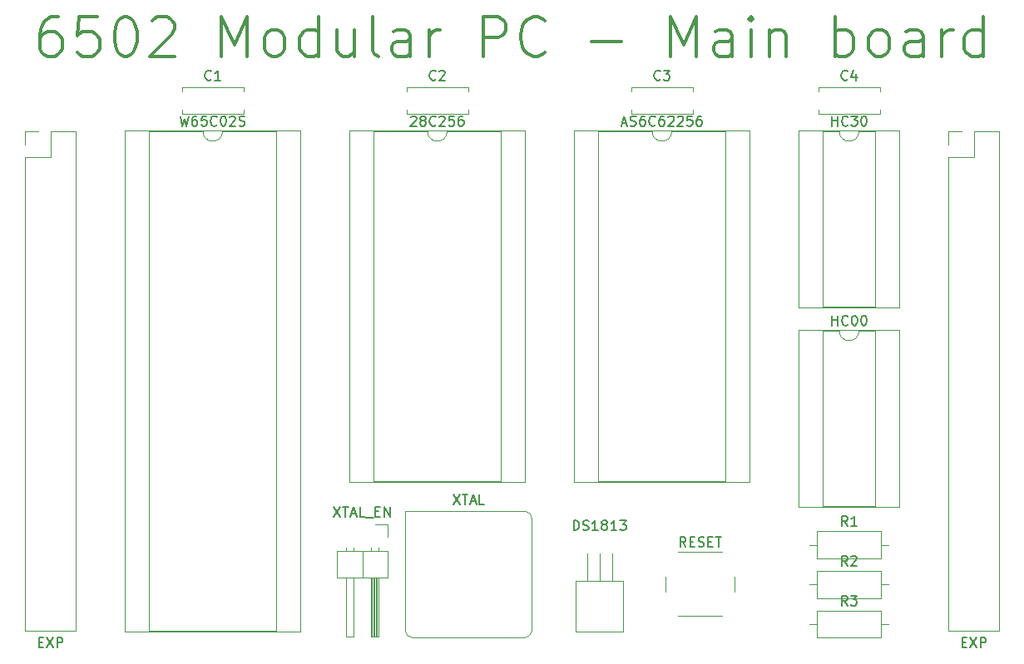
<source format=gbr>
%TF.GenerationSoftware,KiCad,Pcbnew,(5.1.8)-1*%
%TF.CreationDate,2020-12-06T18:21:21+00:00*%
%TF.ProjectId,computer,636f6d70-7574-4657-922e-6b696361645f,rev?*%
%TF.SameCoordinates,Original*%
%TF.FileFunction,Legend,Top*%
%TF.FilePolarity,Positive*%
%FSLAX46Y46*%
G04 Gerber Fmt 4.6, Leading zero omitted, Abs format (unit mm)*
G04 Created by KiCad (PCBNEW (5.1.8)-1) date 2020-12-06 18:21:21*
%MOMM*%
%LPD*%
G01*
G04 APERTURE LIST*
%ADD10C,0.300000*%
%ADD11C,0.120000*%
%ADD12C,0.150000*%
G04 APERTURE END LIST*
D10*
X73189523Y-21304523D02*
X72427619Y-21304523D01*
X72046666Y-21495000D01*
X71856190Y-21685476D01*
X71475238Y-22256904D01*
X71284761Y-23018809D01*
X71284761Y-24542619D01*
X71475238Y-24923571D01*
X71665714Y-25114047D01*
X72046666Y-25304523D01*
X72808571Y-25304523D01*
X73189523Y-25114047D01*
X73379999Y-24923571D01*
X73570476Y-24542619D01*
X73570476Y-23590238D01*
X73379999Y-23209285D01*
X73189523Y-23018809D01*
X72808571Y-22828333D01*
X72046666Y-22828333D01*
X71665714Y-23018809D01*
X71475238Y-23209285D01*
X71284761Y-23590238D01*
X77189523Y-21304523D02*
X75284761Y-21304523D01*
X75094285Y-23209285D01*
X75284761Y-23018809D01*
X75665714Y-22828333D01*
X76618095Y-22828333D01*
X76999047Y-23018809D01*
X77189523Y-23209285D01*
X77379999Y-23590238D01*
X77379999Y-24542619D01*
X77189523Y-24923571D01*
X76999047Y-25114047D01*
X76618095Y-25304523D01*
X75665714Y-25304523D01*
X75284761Y-25114047D01*
X75094285Y-24923571D01*
X79856190Y-21304523D02*
X80237142Y-21304523D01*
X80618095Y-21495000D01*
X80808571Y-21685476D01*
X80999047Y-22066428D01*
X81189523Y-22828333D01*
X81189523Y-23780714D01*
X80999047Y-24542619D01*
X80808571Y-24923571D01*
X80618095Y-25114047D01*
X80237142Y-25304523D01*
X79856190Y-25304523D01*
X79475238Y-25114047D01*
X79284761Y-24923571D01*
X79094285Y-24542619D01*
X78903809Y-23780714D01*
X78903809Y-22828333D01*
X79094285Y-22066428D01*
X79284761Y-21685476D01*
X79475238Y-21495000D01*
X79856190Y-21304523D01*
X82713333Y-21685476D02*
X82903809Y-21495000D01*
X83284761Y-21304523D01*
X84237142Y-21304523D01*
X84618095Y-21495000D01*
X84808571Y-21685476D01*
X84999047Y-22066428D01*
X84999047Y-22447380D01*
X84808571Y-23018809D01*
X82522857Y-25304523D01*
X84999047Y-25304523D01*
X89760952Y-25304523D02*
X89760952Y-21304523D01*
X91094285Y-24161666D01*
X92427619Y-21304523D01*
X92427619Y-25304523D01*
X94903809Y-25304523D02*
X94522857Y-25114047D01*
X94332380Y-24923571D01*
X94141904Y-24542619D01*
X94141904Y-23399761D01*
X94332380Y-23018809D01*
X94522857Y-22828333D01*
X94903809Y-22637857D01*
X95475238Y-22637857D01*
X95856190Y-22828333D01*
X96046666Y-23018809D01*
X96237142Y-23399761D01*
X96237142Y-24542619D01*
X96046666Y-24923571D01*
X95856190Y-25114047D01*
X95475238Y-25304523D01*
X94903809Y-25304523D01*
X99665714Y-25304523D02*
X99665714Y-21304523D01*
X99665714Y-25114047D02*
X99284761Y-25304523D01*
X98522857Y-25304523D01*
X98141904Y-25114047D01*
X97951428Y-24923571D01*
X97760952Y-24542619D01*
X97760952Y-23399761D01*
X97951428Y-23018809D01*
X98141904Y-22828333D01*
X98522857Y-22637857D01*
X99284761Y-22637857D01*
X99665714Y-22828333D01*
X103284761Y-22637857D02*
X103284761Y-25304523D01*
X101570476Y-22637857D02*
X101570476Y-24733095D01*
X101760952Y-25114047D01*
X102141904Y-25304523D01*
X102713333Y-25304523D01*
X103094285Y-25114047D01*
X103284761Y-24923571D01*
X105760952Y-25304523D02*
X105379999Y-25114047D01*
X105189523Y-24733095D01*
X105189523Y-21304523D01*
X108999047Y-25304523D02*
X108999047Y-23209285D01*
X108808571Y-22828333D01*
X108427619Y-22637857D01*
X107665714Y-22637857D01*
X107284761Y-22828333D01*
X108999047Y-25114047D02*
X108618095Y-25304523D01*
X107665714Y-25304523D01*
X107284761Y-25114047D01*
X107094285Y-24733095D01*
X107094285Y-24352142D01*
X107284761Y-23971190D01*
X107665714Y-23780714D01*
X108618095Y-23780714D01*
X108999047Y-23590238D01*
X110903809Y-25304523D02*
X110903809Y-22637857D01*
X110903809Y-23399761D02*
X111094285Y-23018809D01*
X111284761Y-22828333D01*
X111665714Y-22637857D01*
X112046666Y-22637857D01*
X116427619Y-25304523D02*
X116427619Y-21304523D01*
X117951428Y-21304523D01*
X118332380Y-21495000D01*
X118522857Y-21685476D01*
X118713333Y-22066428D01*
X118713333Y-22637857D01*
X118522857Y-23018809D01*
X118332380Y-23209285D01*
X117951428Y-23399761D01*
X116427619Y-23399761D01*
X122713333Y-24923571D02*
X122522857Y-25114047D01*
X121951428Y-25304523D01*
X121570476Y-25304523D01*
X120999047Y-25114047D01*
X120618095Y-24733095D01*
X120427619Y-24352142D01*
X120237142Y-23590238D01*
X120237142Y-23018809D01*
X120427619Y-22256904D01*
X120618095Y-21875952D01*
X120999047Y-21495000D01*
X121570476Y-21304523D01*
X121951428Y-21304523D01*
X122522857Y-21495000D01*
X122713333Y-21685476D01*
X127475238Y-23780714D02*
X130522857Y-23780714D01*
X135475238Y-25304523D02*
X135475238Y-21304523D01*
X136808571Y-24161666D01*
X138141904Y-21304523D01*
X138141904Y-25304523D01*
X141760952Y-25304523D02*
X141760952Y-23209285D01*
X141570476Y-22828333D01*
X141189523Y-22637857D01*
X140427619Y-22637857D01*
X140046666Y-22828333D01*
X141760952Y-25114047D02*
X141380000Y-25304523D01*
X140427619Y-25304523D01*
X140046666Y-25114047D01*
X139856190Y-24733095D01*
X139856190Y-24352142D01*
X140046666Y-23971190D01*
X140427619Y-23780714D01*
X141380000Y-23780714D01*
X141760952Y-23590238D01*
X143665714Y-25304523D02*
X143665714Y-22637857D01*
X143665714Y-21304523D02*
X143475238Y-21495000D01*
X143665714Y-21685476D01*
X143856190Y-21495000D01*
X143665714Y-21304523D01*
X143665714Y-21685476D01*
X145570476Y-22637857D02*
X145570476Y-25304523D01*
X145570476Y-23018809D02*
X145760952Y-22828333D01*
X146141904Y-22637857D01*
X146713333Y-22637857D01*
X147094285Y-22828333D01*
X147284761Y-23209285D01*
X147284761Y-25304523D01*
X152237142Y-25304523D02*
X152237142Y-21304523D01*
X152237142Y-22828333D02*
X152618095Y-22637857D01*
X153379999Y-22637857D01*
X153760952Y-22828333D01*
X153951428Y-23018809D01*
X154141904Y-23399761D01*
X154141904Y-24542619D01*
X153951428Y-24923571D01*
X153760952Y-25114047D01*
X153379999Y-25304523D01*
X152618095Y-25304523D01*
X152237142Y-25114047D01*
X156427619Y-25304523D02*
X156046666Y-25114047D01*
X155856190Y-24923571D01*
X155665714Y-24542619D01*
X155665714Y-23399761D01*
X155856190Y-23018809D01*
X156046666Y-22828333D01*
X156427619Y-22637857D01*
X156999047Y-22637857D01*
X157379999Y-22828333D01*
X157570476Y-23018809D01*
X157760952Y-23399761D01*
X157760952Y-24542619D01*
X157570476Y-24923571D01*
X157379999Y-25114047D01*
X156999047Y-25304523D01*
X156427619Y-25304523D01*
X161189523Y-25304523D02*
X161189523Y-23209285D01*
X160999047Y-22828333D01*
X160618095Y-22637857D01*
X159856190Y-22637857D01*
X159475238Y-22828333D01*
X161189523Y-25114047D02*
X160808571Y-25304523D01*
X159856190Y-25304523D01*
X159475238Y-25114047D01*
X159284761Y-24733095D01*
X159284761Y-24352142D01*
X159475238Y-23971190D01*
X159856190Y-23780714D01*
X160808571Y-23780714D01*
X161189523Y-23590238D01*
X163094285Y-25304523D02*
X163094285Y-22637857D01*
X163094285Y-23399761D02*
X163284761Y-23018809D01*
X163475238Y-22828333D01*
X163856190Y-22637857D01*
X164237142Y-22637857D01*
X167284761Y-25304523D02*
X167284761Y-21304523D01*
X167284761Y-25114047D02*
X166903809Y-25304523D01*
X166141904Y-25304523D01*
X165760952Y-25114047D01*
X165570476Y-24923571D01*
X165379999Y-24542619D01*
X165379999Y-23399761D01*
X165570476Y-23018809D01*
X165760952Y-22828333D01*
X166141904Y-22637857D01*
X166903809Y-22637857D01*
X167284761Y-22828333D01*
D11*
%TO.C,EXP*%
X163770000Y-32960000D02*
X165100000Y-32960000D01*
X163770000Y-34290000D02*
X163770000Y-32960000D01*
X166370000Y-32960000D02*
X168970000Y-32960000D01*
X166370000Y-35560000D02*
X166370000Y-32960000D01*
X163770000Y-35560000D02*
X166370000Y-35560000D01*
X168970000Y-32960000D02*
X168970000Y-83880000D01*
X163770000Y-35560000D02*
X163770000Y-83880000D01*
X163770000Y-83880000D02*
X168970000Y-83880000D01*
%TO.C,XTAL*%
X120635000Y-71655000D02*
X108485000Y-71655000D01*
X121385000Y-83805000D02*
X121385000Y-72405000D01*
X109235000Y-84555000D02*
X120635000Y-84555000D01*
X108485000Y-71655000D02*
X108485000Y-83805000D01*
X121385000Y-72405000D02*
G75*
G03*
X120635000Y-71655000I-750000J0D01*
G01*
X120635000Y-84555000D02*
G75*
G03*
X121385000Y-83805000I0J750000D01*
G01*
X108485000Y-83805000D02*
G75*
G03*
X109235000Y-84555000I750000J0D01*
G01*
%TO.C,DS1813*%
X127000000Y-75950000D02*
X127000000Y-78740000D01*
X128270000Y-75950000D02*
X128270000Y-78740000D01*
X129540000Y-75950000D02*
X129540000Y-78740000D01*
X125870000Y-78740000D02*
X130670000Y-78740000D01*
X130670000Y-78740000D02*
X130670000Y-83930000D01*
X130670000Y-83930000D02*
X125870000Y-83930000D01*
X125870000Y-83930000D02*
X125870000Y-78740000D01*
%TO.C,RESET*%
X136255000Y-82335000D02*
X140755000Y-82335000D01*
X135005000Y-78335000D02*
X135005000Y-79835000D01*
X140755000Y-75835000D02*
X136255000Y-75835000D01*
X142005000Y-79835000D02*
X142005000Y-78335000D01*
%TO.C,R3*%
X150400000Y-81815000D02*
X150400000Y-84555000D01*
X150400000Y-84555000D02*
X156940000Y-84555000D01*
X156940000Y-84555000D02*
X156940000Y-81815000D01*
X156940000Y-81815000D02*
X150400000Y-81815000D01*
X149630000Y-83185000D02*
X150400000Y-83185000D01*
X157710000Y-83185000D02*
X156940000Y-83185000D01*
%TO.C,R2*%
X150400000Y-77765000D02*
X150400000Y-80505000D01*
X150400000Y-80505000D02*
X156940000Y-80505000D01*
X156940000Y-80505000D02*
X156940000Y-77765000D01*
X156940000Y-77765000D02*
X150400000Y-77765000D01*
X149630000Y-79135000D02*
X150400000Y-79135000D01*
X157710000Y-79135000D02*
X156940000Y-79135000D01*
%TO.C,R1*%
X150400000Y-73715000D02*
X150400000Y-76455000D01*
X150400000Y-76455000D02*
X156940000Y-76455000D01*
X156940000Y-76455000D02*
X156940000Y-73715000D01*
X156940000Y-73715000D02*
X150400000Y-73715000D01*
X149630000Y-75085000D02*
X150400000Y-75085000D01*
X157710000Y-75085000D02*
X156940000Y-75085000D01*
%TO.C,XTAL_EN*%
X106680000Y-73025000D02*
X106680000Y-74295000D01*
X105410000Y-73025000D02*
X106680000Y-73025000D01*
X102490000Y-75337929D02*
X102490000Y-75735000D01*
X103250000Y-75337929D02*
X103250000Y-75735000D01*
X102490000Y-84395000D02*
X102490000Y-78395000D01*
X103250000Y-84395000D02*
X102490000Y-84395000D01*
X103250000Y-78395000D02*
X103250000Y-84395000D01*
X104140000Y-75735000D02*
X104140000Y-78395000D01*
X105030000Y-75405000D02*
X105030000Y-75735000D01*
X105790000Y-75405000D02*
X105790000Y-75735000D01*
X105130000Y-78395000D02*
X105130000Y-84395000D01*
X105250000Y-78395000D02*
X105250000Y-84395000D01*
X105370000Y-78395000D02*
X105370000Y-84395000D01*
X105490000Y-78395000D02*
X105490000Y-84395000D01*
X105610000Y-78395000D02*
X105610000Y-84395000D01*
X105730000Y-78395000D02*
X105730000Y-84395000D01*
X105030000Y-84395000D02*
X105030000Y-78395000D01*
X105790000Y-84395000D02*
X105030000Y-84395000D01*
X105790000Y-78395000D02*
X105790000Y-84395000D01*
X106740000Y-78395000D02*
X106740000Y-75735000D01*
X101540000Y-78395000D02*
X106740000Y-78395000D01*
X101540000Y-75735000D02*
X101540000Y-78395000D01*
X106740000Y-75735000D02*
X101540000Y-75735000D01*
%TO.C,C4*%
X156830000Y-31215000D02*
X150590000Y-31215000D01*
X156830000Y-28475000D02*
X150590000Y-28475000D01*
X156830000Y-31215000D02*
X156830000Y-30770000D01*
X156830000Y-28920000D02*
X156830000Y-28475000D01*
X150590000Y-31215000D02*
X150590000Y-30770000D01*
X150590000Y-28920000D02*
X150590000Y-28475000D01*
%TO.C,C3*%
X137780000Y-31215000D02*
X131540000Y-31215000D01*
X137780000Y-28475000D02*
X131540000Y-28475000D01*
X137780000Y-31215000D02*
X137780000Y-30770000D01*
X137780000Y-28920000D02*
X137780000Y-28475000D01*
X131540000Y-31215000D02*
X131540000Y-30770000D01*
X131540000Y-28920000D02*
X131540000Y-28475000D01*
%TO.C,C2*%
X114920000Y-31215000D02*
X108680000Y-31215000D01*
X114920000Y-28475000D02*
X108680000Y-28475000D01*
X114920000Y-31215000D02*
X114920000Y-30770000D01*
X114920000Y-28920000D02*
X114920000Y-28475000D01*
X108680000Y-31215000D02*
X108680000Y-30770000D01*
X108680000Y-28920000D02*
X108680000Y-28475000D01*
%TO.C,C1*%
X92060000Y-31215000D02*
X85820000Y-31215000D01*
X92060000Y-28475000D02*
X85820000Y-28475000D01*
X92060000Y-31215000D02*
X92060000Y-30770000D01*
X92060000Y-28920000D02*
X92060000Y-28475000D01*
X85820000Y-31215000D02*
X85820000Y-30770000D01*
X85820000Y-28920000D02*
X85820000Y-28475000D01*
%TO.C,AS6C62256*%
X133620000Y-32960000D02*
X128160000Y-32960000D01*
X128160000Y-32960000D02*
X128160000Y-68640000D01*
X128160000Y-68640000D02*
X141080000Y-68640000D01*
X141080000Y-68640000D02*
X141080000Y-32960000D01*
X141080000Y-32960000D02*
X135620000Y-32960000D01*
X125670000Y-32900000D02*
X125670000Y-68700000D01*
X125670000Y-68700000D02*
X143570000Y-68700000D01*
X143570000Y-68700000D02*
X143570000Y-32900000D01*
X143570000Y-32900000D02*
X125670000Y-32900000D01*
X135620000Y-32960000D02*
G75*
G02*
X133620000Y-32960000I-1000000J0D01*
G01*
%TO.C,HC00*%
X152670000Y-53280000D02*
X151020000Y-53280000D01*
X151020000Y-53280000D02*
X151020000Y-71180000D01*
X151020000Y-71180000D02*
X156320000Y-71180000D01*
X156320000Y-71180000D02*
X156320000Y-53280000D01*
X156320000Y-53280000D02*
X154670000Y-53280000D01*
X148530000Y-53220000D02*
X148530000Y-71240000D01*
X148530000Y-71240000D02*
X158810000Y-71240000D01*
X158810000Y-71240000D02*
X158810000Y-53220000D01*
X158810000Y-53220000D02*
X148530000Y-53220000D01*
X154670000Y-53280000D02*
G75*
G02*
X152670000Y-53280000I-1000000J0D01*
G01*
%TO.C,HC30*%
X152670000Y-32960000D02*
X151020000Y-32960000D01*
X151020000Y-32960000D02*
X151020000Y-50860000D01*
X151020000Y-50860000D02*
X156320000Y-50860000D01*
X156320000Y-50860000D02*
X156320000Y-32960000D01*
X156320000Y-32960000D02*
X154670000Y-32960000D01*
X148530000Y-32900000D02*
X148530000Y-50920000D01*
X148530000Y-50920000D02*
X158810000Y-50920000D01*
X158810000Y-50920000D02*
X158810000Y-32900000D01*
X158810000Y-32900000D02*
X148530000Y-32900000D01*
X154670000Y-32960000D02*
G75*
G02*
X152670000Y-32960000I-1000000J0D01*
G01*
%TO.C,28C256*%
X110760000Y-32960000D02*
X105300000Y-32960000D01*
X105300000Y-32960000D02*
X105300000Y-68640000D01*
X105300000Y-68640000D02*
X118220000Y-68640000D01*
X118220000Y-68640000D02*
X118220000Y-32960000D01*
X118220000Y-32960000D02*
X112760000Y-32960000D01*
X102810000Y-32900000D02*
X102810000Y-68700000D01*
X102810000Y-68700000D02*
X120710000Y-68700000D01*
X120710000Y-68700000D02*
X120710000Y-32900000D01*
X120710000Y-32900000D02*
X102810000Y-32900000D01*
X112760000Y-32960000D02*
G75*
G02*
X110760000Y-32960000I-1000000J0D01*
G01*
%TO.C,W65C02S*%
X87900000Y-32960000D02*
X82440000Y-32960000D01*
X82440000Y-32960000D02*
X82440000Y-83880000D01*
X82440000Y-83880000D02*
X95360000Y-83880000D01*
X95360000Y-83880000D02*
X95360000Y-32960000D01*
X95360000Y-32960000D02*
X89900000Y-32960000D01*
X79950000Y-32900000D02*
X79950000Y-83940000D01*
X79950000Y-83940000D02*
X97850000Y-83940000D01*
X97850000Y-83940000D02*
X97850000Y-32900000D01*
X97850000Y-32900000D02*
X79950000Y-32900000D01*
X89900000Y-32960000D02*
G75*
G02*
X87900000Y-32960000I-1000000J0D01*
G01*
%TO.C,EXP*%
X69790000Y-32960000D02*
X71120000Y-32960000D01*
X69790000Y-34290000D02*
X69790000Y-32960000D01*
X72390000Y-32960000D02*
X74990000Y-32960000D01*
X72390000Y-35560000D02*
X72390000Y-32960000D01*
X69790000Y-35560000D02*
X72390000Y-35560000D01*
X74990000Y-32960000D02*
X74990000Y-83880000D01*
X69790000Y-35560000D02*
X69790000Y-83880000D01*
X69790000Y-83880000D02*
X74990000Y-83880000D01*
D12*
X165179523Y-85018571D02*
X165512857Y-85018571D01*
X165655714Y-85542380D02*
X165179523Y-85542380D01*
X165179523Y-84542380D01*
X165655714Y-84542380D01*
X165989047Y-84542380D02*
X166655714Y-85542380D01*
X166655714Y-84542380D02*
X165989047Y-85542380D01*
X167036666Y-85542380D02*
X167036666Y-84542380D01*
X167417619Y-84542380D01*
X167512857Y-84590000D01*
X167560476Y-84637619D01*
X167608095Y-84732857D01*
X167608095Y-84875714D01*
X167560476Y-84970952D01*
X167512857Y-85018571D01*
X167417619Y-85066190D01*
X167036666Y-85066190D01*
%TO.C,XTAL*%
X113387380Y-69937380D02*
X114054047Y-70937380D01*
X114054047Y-69937380D02*
X113387380Y-70937380D01*
X114292142Y-69937380D02*
X114863571Y-69937380D01*
X114577857Y-70937380D02*
X114577857Y-69937380D01*
X115149285Y-70651666D02*
X115625476Y-70651666D01*
X115054047Y-70937380D02*
X115387380Y-69937380D01*
X115720714Y-70937380D01*
X116530238Y-70937380D02*
X116054047Y-70937380D01*
X116054047Y-69937380D01*
%TO.C,DS1813*%
X125627142Y-73602380D02*
X125627142Y-72602380D01*
X125865238Y-72602380D01*
X126008095Y-72650000D01*
X126103333Y-72745238D01*
X126150952Y-72840476D01*
X126198571Y-73030952D01*
X126198571Y-73173809D01*
X126150952Y-73364285D01*
X126103333Y-73459523D01*
X126008095Y-73554761D01*
X125865238Y-73602380D01*
X125627142Y-73602380D01*
X126579523Y-73554761D02*
X126722380Y-73602380D01*
X126960476Y-73602380D01*
X127055714Y-73554761D01*
X127103333Y-73507142D01*
X127150952Y-73411904D01*
X127150952Y-73316666D01*
X127103333Y-73221428D01*
X127055714Y-73173809D01*
X126960476Y-73126190D01*
X126770000Y-73078571D01*
X126674761Y-73030952D01*
X126627142Y-72983333D01*
X126579523Y-72888095D01*
X126579523Y-72792857D01*
X126627142Y-72697619D01*
X126674761Y-72650000D01*
X126770000Y-72602380D01*
X127008095Y-72602380D01*
X127150952Y-72650000D01*
X128103333Y-73602380D02*
X127531904Y-73602380D01*
X127817619Y-73602380D02*
X127817619Y-72602380D01*
X127722380Y-72745238D01*
X127627142Y-72840476D01*
X127531904Y-72888095D01*
X128674761Y-73030952D02*
X128579523Y-72983333D01*
X128531904Y-72935714D01*
X128484285Y-72840476D01*
X128484285Y-72792857D01*
X128531904Y-72697619D01*
X128579523Y-72650000D01*
X128674761Y-72602380D01*
X128865238Y-72602380D01*
X128960476Y-72650000D01*
X129008095Y-72697619D01*
X129055714Y-72792857D01*
X129055714Y-72840476D01*
X129008095Y-72935714D01*
X128960476Y-72983333D01*
X128865238Y-73030952D01*
X128674761Y-73030952D01*
X128579523Y-73078571D01*
X128531904Y-73126190D01*
X128484285Y-73221428D01*
X128484285Y-73411904D01*
X128531904Y-73507142D01*
X128579523Y-73554761D01*
X128674761Y-73602380D01*
X128865238Y-73602380D01*
X128960476Y-73554761D01*
X129008095Y-73507142D01*
X129055714Y-73411904D01*
X129055714Y-73221428D01*
X129008095Y-73126190D01*
X128960476Y-73078571D01*
X128865238Y-73030952D01*
X130008095Y-73602380D02*
X129436666Y-73602380D01*
X129722380Y-73602380D02*
X129722380Y-72602380D01*
X129627142Y-72745238D01*
X129531904Y-72840476D01*
X129436666Y-72888095D01*
X130341428Y-72602380D02*
X130960476Y-72602380D01*
X130627142Y-72983333D01*
X130770000Y-72983333D01*
X130865238Y-73030952D01*
X130912857Y-73078571D01*
X130960476Y-73173809D01*
X130960476Y-73411904D01*
X130912857Y-73507142D01*
X130865238Y-73554761D01*
X130770000Y-73602380D01*
X130484285Y-73602380D01*
X130389047Y-73554761D01*
X130341428Y-73507142D01*
%TO.C,RESET*%
X137052619Y-75287380D02*
X136719285Y-74811190D01*
X136481190Y-75287380D02*
X136481190Y-74287380D01*
X136862142Y-74287380D01*
X136957380Y-74335000D01*
X137005000Y-74382619D01*
X137052619Y-74477857D01*
X137052619Y-74620714D01*
X137005000Y-74715952D01*
X136957380Y-74763571D01*
X136862142Y-74811190D01*
X136481190Y-74811190D01*
X137481190Y-74763571D02*
X137814523Y-74763571D01*
X137957380Y-75287380D02*
X137481190Y-75287380D01*
X137481190Y-74287380D01*
X137957380Y-74287380D01*
X138338333Y-75239761D02*
X138481190Y-75287380D01*
X138719285Y-75287380D01*
X138814523Y-75239761D01*
X138862142Y-75192142D01*
X138909761Y-75096904D01*
X138909761Y-75001666D01*
X138862142Y-74906428D01*
X138814523Y-74858809D01*
X138719285Y-74811190D01*
X138528809Y-74763571D01*
X138433571Y-74715952D01*
X138385952Y-74668333D01*
X138338333Y-74573095D01*
X138338333Y-74477857D01*
X138385952Y-74382619D01*
X138433571Y-74335000D01*
X138528809Y-74287380D01*
X138766904Y-74287380D01*
X138909761Y-74335000D01*
X139338333Y-74763571D02*
X139671666Y-74763571D01*
X139814523Y-75287380D02*
X139338333Y-75287380D01*
X139338333Y-74287380D01*
X139814523Y-74287380D01*
X140100238Y-74287380D02*
X140671666Y-74287380D01*
X140385952Y-75287380D02*
X140385952Y-74287380D01*
%TO.C,R3*%
X153503333Y-81267380D02*
X153170000Y-80791190D01*
X152931904Y-81267380D02*
X152931904Y-80267380D01*
X153312857Y-80267380D01*
X153408095Y-80315000D01*
X153455714Y-80362619D01*
X153503333Y-80457857D01*
X153503333Y-80600714D01*
X153455714Y-80695952D01*
X153408095Y-80743571D01*
X153312857Y-80791190D01*
X152931904Y-80791190D01*
X153836666Y-80267380D02*
X154455714Y-80267380D01*
X154122380Y-80648333D01*
X154265238Y-80648333D01*
X154360476Y-80695952D01*
X154408095Y-80743571D01*
X154455714Y-80838809D01*
X154455714Y-81076904D01*
X154408095Y-81172142D01*
X154360476Y-81219761D01*
X154265238Y-81267380D01*
X153979523Y-81267380D01*
X153884285Y-81219761D01*
X153836666Y-81172142D01*
%TO.C,R2*%
X153503333Y-77217380D02*
X153170000Y-76741190D01*
X152931904Y-77217380D02*
X152931904Y-76217380D01*
X153312857Y-76217380D01*
X153408095Y-76265000D01*
X153455714Y-76312619D01*
X153503333Y-76407857D01*
X153503333Y-76550714D01*
X153455714Y-76645952D01*
X153408095Y-76693571D01*
X153312857Y-76741190D01*
X152931904Y-76741190D01*
X153884285Y-76312619D02*
X153931904Y-76265000D01*
X154027142Y-76217380D01*
X154265238Y-76217380D01*
X154360476Y-76265000D01*
X154408095Y-76312619D01*
X154455714Y-76407857D01*
X154455714Y-76503095D01*
X154408095Y-76645952D01*
X153836666Y-77217380D01*
X154455714Y-77217380D01*
%TO.C,R1*%
X153503333Y-73167380D02*
X153170000Y-72691190D01*
X152931904Y-73167380D02*
X152931904Y-72167380D01*
X153312857Y-72167380D01*
X153408095Y-72215000D01*
X153455714Y-72262619D01*
X153503333Y-72357857D01*
X153503333Y-72500714D01*
X153455714Y-72595952D01*
X153408095Y-72643571D01*
X153312857Y-72691190D01*
X152931904Y-72691190D01*
X154455714Y-73167380D02*
X153884285Y-73167380D01*
X154170000Y-73167380D02*
X154170000Y-72167380D01*
X154074761Y-72310238D01*
X153979523Y-72405476D01*
X153884285Y-72453095D01*
%TO.C,XTAL_EN*%
X101235238Y-71207380D02*
X101901904Y-72207380D01*
X101901904Y-71207380D02*
X101235238Y-72207380D01*
X102140000Y-71207380D02*
X102711428Y-71207380D01*
X102425714Y-72207380D02*
X102425714Y-71207380D01*
X102997142Y-71921666D02*
X103473333Y-71921666D01*
X102901904Y-72207380D02*
X103235238Y-71207380D01*
X103568571Y-72207380D01*
X104378095Y-72207380D02*
X103901904Y-72207380D01*
X103901904Y-71207380D01*
X104473333Y-72302619D02*
X105235238Y-72302619D01*
X105473333Y-71683571D02*
X105806666Y-71683571D01*
X105949523Y-72207380D02*
X105473333Y-72207380D01*
X105473333Y-71207380D01*
X105949523Y-71207380D01*
X106378095Y-72207380D02*
X106378095Y-71207380D01*
X106949523Y-72207380D01*
X106949523Y-71207380D01*
%TO.C,C4*%
X153503333Y-27662142D02*
X153455714Y-27709761D01*
X153312857Y-27757380D01*
X153217619Y-27757380D01*
X153074761Y-27709761D01*
X152979523Y-27614523D01*
X152931904Y-27519285D01*
X152884285Y-27328809D01*
X152884285Y-27185952D01*
X152931904Y-26995476D01*
X152979523Y-26900238D01*
X153074761Y-26805000D01*
X153217619Y-26757380D01*
X153312857Y-26757380D01*
X153455714Y-26805000D01*
X153503333Y-26852619D01*
X154360476Y-27090714D02*
X154360476Y-27757380D01*
X154122380Y-26709761D02*
X153884285Y-27424047D01*
X154503333Y-27424047D01*
%TO.C,C3*%
X134453333Y-27662142D02*
X134405714Y-27709761D01*
X134262857Y-27757380D01*
X134167619Y-27757380D01*
X134024761Y-27709761D01*
X133929523Y-27614523D01*
X133881904Y-27519285D01*
X133834285Y-27328809D01*
X133834285Y-27185952D01*
X133881904Y-26995476D01*
X133929523Y-26900238D01*
X134024761Y-26805000D01*
X134167619Y-26757380D01*
X134262857Y-26757380D01*
X134405714Y-26805000D01*
X134453333Y-26852619D01*
X134786666Y-26757380D02*
X135405714Y-26757380D01*
X135072380Y-27138333D01*
X135215238Y-27138333D01*
X135310476Y-27185952D01*
X135358095Y-27233571D01*
X135405714Y-27328809D01*
X135405714Y-27566904D01*
X135358095Y-27662142D01*
X135310476Y-27709761D01*
X135215238Y-27757380D01*
X134929523Y-27757380D01*
X134834285Y-27709761D01*
X134786666Y-27662142D01*
%TO.C,C2*%
X111593333Y-27662142D02*
X111545714Y-27709761D01*
X111402857Y-27757380D01*
X111307619Y-27757380D01*
X111164761Y-27709761D01*
X111069523Y-27614523D01*
X111021904Y-27519285D01*
X110974285Y-27328809D01*
X110974285Y-27185952D01*
X111021904Y-26995476D01*
X111069523Y-26900238D01*
X111164761Y-26805000D01*
X111307619Y-26757380D01*
X111402857Y-26757380D01*
X111545714Y-26805000D01*
X111593333Y-26852619D01*
X111974285Y-26852619D02*
X112021904Y-26805000D01*
X112117142Y-26757380D01*
X112355238Y-26757380D01*
X112450476Y-26805000D01*
X112498095Y-26852619D01*
X112545714Y-26947857D01*
X112545714Y-27043095D01*
X112498095Y-27185952D01*
X111926666Y-27757380D01*
X112545714Y-27757380D01*
%TO.C,C1*%
X88733333Y-27662142D02*
X88685714Y-27709761D01*
X88542857Y-27757380D01*
X88447619Y-27757380D01*
X88304761Y-27709761D01*
X88209523Y-27614523D01*
X88161904Y-27519285D01*
X88114285Y-27328809D01*
X88114285Y-27185952D01*
X88161904Y-26995476D01*
X88209523Y-26900238D01*
X88304761Y-26805000D01*
X88447619Y-26757380D01*
X88542857Y-26757380D01*
X88685714Y-26805000D01*
X88733333Y-26852619D01*
X89685714Y-27757380D02*
X89114285Y-27757380D01*
X89400000Y-27757380D02*
X89400000Y-26757380D01*
X89304761Y-26900238D01*
X89209523Y-26995476D01*
X89114285Y-27043095D01*
%TO.C,AS6C62256*%
X130548571Y-32126666D02*
X131024761Y-32126666D01*
X130453333Y-32412380D02*
X130786666Y-31412380D01*
X131120000Y-32412380D01*
X131405714Y-32364761D02*
X131548571Y-32412380D01*
X131786666Y-32412380D01*
X131881904Y-32364761D01*
X131929523Y-32317142D01*
X131977142Y-32221904D01*
X131977142Y-32126666D01*
X131929523Y-32031428D01*
X131881904Y-31983809D01*
X131786666Y-31936190D01*
X131596190Y-31888571D01*
X131500952Y-31840952D01*
X131453333Y-31793333D01*
X131405714Y-31698095D01*
X131405714Y-31602857D01*
X131453333Y-31507619D01*
X131500952Y-31460000D01*
X131596190Y-31412380D01*
X131834285Y-31412380D01*
X131977142Y-31460000D01*
X132834285Y-31412380D02*
X132643809Y-31412380D01*
X132548571Y-31460000D01*
X132500952Y-31507619D01*
X132405714Y-31650476D01*
X132358095Y-31840952D01*
X132358095Y-32221904D01*
X132405714Y-32317142D01*
X132453333Y-32364761D01*
X132548571Y-32412380D01*
X132739047Y-32412380D01*
X132834285Y-32364761D01*
X132881904Y-32317142D01*
X132929523Y-32221904D01*
X132929523Y-31983809D01*
X132881904Y-31888571D01*
X132834285Y-31840952D01*
X132739047Y-31793333D01*
X132548571Y-31793333D01*
X132453333Y-31840952D01*
X132405714Y-31888571D01*
X132358095Y-31983809D01*
X133929523Y-32317142D02*
X133881904Y-32364761D01*
X133739047Y-32412380D01*
X133643809Y-32412380D01*
X133500952Y-32364761D01*
X133405714Y-32269523D01*
X133358095Y-32174285D01*
X133310476Y-31983809D01*
X133310476Y-31840952D01*
X133358095Y-31650476D01*
X133405714Y-31555238D01*
X133500952Y-31460000D01*
X133643809Y-31412380D01*
X133739047Y-31412380D01*
X133881904Y-31460000D01*
X133929523Y-31507619D01*
X134786666Y-31412380D02*
X134596190Y-31412380D01*
X134500952Y-31460000D01*
X134453333Y-31507619D01*
X134358095Y-31650476D01*
X134310476Y-31840952D01*
X134310476Y-32221904D01*
X134358095Y-32317142D01*
X134405714Y-32364761D01*
X134500952Y-32412380D01*
X134691428Y-32412380D01*
X134786666Y-32364761D01*
X134834285Y-32317142D01*
X134881904Y-32221904D01*
X134881904Y-31983809D01*
X134834285Y-31888571D01*
X134786666Y-31840952D01*
X134691428Y-31793333D01*
X134500952Y-31793333D01*
X134405714Y-31840952D01*
X134358095Y-31888571D01*
X134310476Y-31983809D01*
X135262857Y-31507619D02*
X135310476Y-31460000D01*
X135405714Y-31412380D01*
X135643809Y-31412380D01*
X135739047Y-31460000D01*
X135786666Y-31507619D01*
X135834285Y-31602857D01*
X135834285Y-31698095D01*
X135786666Y-31840952D01*
X135215238Y-32412380D01*
X135834285Y-32412380D01*
X136215238Y-31507619D02*
X136262857Y-31460000D01*
X136358095Y-31412380D01*
X136596190Y-31412380D01*
X136691428Y-31460000D01*
X136739047Y-31507619D01*
X136786666Y-31602857D01*
X136786666Y-31698095D01*
X136739047Y-31840952D01*
X136167619Y-32412380D01*
X136786666Y-32412380D01*
X137691428Y-31412380D02*
X137215238Y-31412380D01*
X137167619Y-31888571D01*
X137215238Y-31840952D01*
X137310476Y-31793333D01*
X137548571Y-31793333D01*
X137643809Y-31840952D01*
X137691428Y-31888571D01*
X137739047Y-31983809D01*
X137739047Y-32221904D01*
X137691428Y-32317142D01*
X137643809Y-32364761D01*
X137548571Y-32412380D01*
X137310476Y-32412380D01*
X137215238Y-32364761D01*
X137167619Y-32317142D01*
X138596190Y-31412380D02*
X138405714Y-31412380D01*
X138310476Y-31460000D01*
X138262857Y-31507619D01*
X138167619Y-31650476D01*
X138120000Y-31840952D01*
X138120000Y-32221904D01*
X138167619Y-32317142D01*
X138215238Y-32364761D01*
X138310476Y-32412380D01*
X138500952Y-32412380D01*
X138596190Y-32364761D01*
X138643809Y-32317142D01*
X138691428Y-32221904D01*
X138691428Y-31983809D01*
X138643809Y-31888571D01*
X138596190Y-31840952D01*
X138500952Y-31793333D01*
X138310476Y-31793333D01*
X138215238Y-31840952D01*
X138167619Y-31888571D01*
X138120000Y-31983809D01*
%TO.C,HC00*%
X151931904Y-52732380D02*
X151931904Y-51732380D01*
X151931904Y-52208571D02*
X152503333Y-52208571D01*
X152503333Y-52732380D02*
X152503333Y-51732380D01*
X153550952Y-52637142D02*
X153503333Y-52684761D01*
X153360476Y-52732380D01*
X153265238Y-52732380D01*
X153122380Y-52684761D01*
X153027142Y-52589523D01*
X152979523Y-52494285D01*
X152931904Y-52303809D01*
X152931904Y-52160952D01*
X152979523Y-51970476D01*
X153027142Y-51875238D01*
X153122380Y-51780000D01*
X153265238Y-51732380D01*
X153360476Y-51732380D01*
X153503333Y-51780000D01*
X153550952Y-51827619D01*
X154170000Y-51732380D02*
X154265238Y-51732380D01*
X154360476Y-51780000D01*
X154408095Y-51827619D01*
X154455714Y-51922857D01*
X154503333Y-52113333D01*
X154503333Y-52351428D01*
X154455714Y-52541904D01*
X154408095Y-52637142D01*
X154360476Y-52684761D01*
X154265238Y-52732380D01*
X154170000Y-52732380D01*
X154074761Y-52684761D01*
X154027142Y-52637142D01*
X153979523Y-52541904D01*
X153931904Y-52351428D01*
X153931904Y-52113333D01*
X153979523Y-51922857D01*
X154027142Y-51827619D01*
X154074761Y-51780000D01*
X154170000Y-51732380D01*
X155122380Y-51732380D02*
X155217619Y-51732380D01*
X155312857Y-51780000D01*
X155360476Y-51827619D01*
X155408095Y-51922857D01*
X155455714Y-52113333D01*
X155455714Y-52351428D01*
X155408095Y-52541904D01*
X155360476Y-52637142D01*
X155312857Y-52684761D01*
X155217619Y-52732380D01*
X155122380Y-52732380D01*
X155027142Y-52684761D01*
X154979523Y-52637142D01*
X154931904Y-52541904D01*
X154884285Y-52351428D01*
X154884285Y-52113333D01*
X154931904Y-51922857D01*
X154979523Y-51827619D01*
X155027142Y-51780000D01*
X155122380Y-51732380D01*
%TO.C,HC30*%
X151931904Y-32412380D02*
X151931904Y-31412380D01*
X151931904Y-31888571D02*
X152503333Y-31888571D01*
X152503333Y-32412380D02*
X152503333Y-31412380D01*
X153550952Y-32317142D02*
X153503333Y-32364761D01*
X153360476Y-32412380D01*
X153265238Y-32412380D01*
X153122380Y-32364761D01*
X153027142Y-32269523D01*
X152979523Y-32174285D01*
X152931904Y-31983809D01*
X152931904Y-31840952D01*
X152979523Y-31650476D01*
X153027142Y-31555238D01*
X153122380Y-31460000D01*
X153265238Y-31412380D01*
X153360476Y-31412380D01*
X153503333Y-31460000D01*
X153550952Y-31507619D01*
X153884285Y-31412380D02*
X154503333Y-31412380D01*
X154170000Y-31793333D01*
X154312857Y-31793333D01*
X154408095Y-31840952D01*
X154455714Y-31888571D01*
X154503333Y-31983809D01*
X154503333Y-32221904D01*
X154455714Y-32317142D01*
X154408095Y-32364761D01*
X154312857Y-32412380D01*
X154027142Y-32412380D01*
X153931904Y-32364761D01*
X153884285Y-32317142D01*
X155122380Y-31412380D02*
X155217619Y-31412380D01*
X155312857Y-31460000D01*
X155360476Y-31507619D01*
X155408095Y-31602857D01*
X155455714Y-31793333D01*
X155455714Y-32031428D01*
X155408095Y-32221904D01*
X155360476Y-32317142D01*
X155312857Y-32364761D01*
X155217619Y-32412380D01*
X155122380Y-32412380D01*
X155027142Y-32364761D01*
X154979523Y-32317142D01*
X154931904Y-32221904D01*
X154884285Y-32031428D01*
X154884285Y-31793333D01*
X154931904Y-31602857D01*
X154979523Y-31507619D01*
X155027142Y-31460000D01*
X155122380Y-31412380D01*
%TO.C,28C256*%
X109069523Y-31507619D02*
X109117142Y-31460000D01*
X109212380Y-31412380D01*
X109450476Y-31412380D01*
X109545714Y-31460000D01*
X109593333Y-31507619D01*
X109640952Y-31602857D01*
X109640952Y-31698095D01*
X109593333Y-31840952D01*
X109021904Y-32412380D01*
X109640952Y-32412380D01*
X110212380Y-31840952D02*
X110117142Y-31793333D01*
X110069523Y-31745714D01*
X110021904Y-31650476D01*
X110021904Y-31602857D01*
X110069523Y-31507619D01*
X110117142Y-31460000D01*
X110212380Y-31412380D01*
X110402857Y-31412380D01*
X110498095Y-31460000D01*
X110545714Y-31507619D01*
X110593333Y-31602857D01*
X110593333Y-31650476D01*
X110545714Y-31745714D01*
X110498095Y-31793333D01*
X110402857Y-31840952D01*
X110212380Y-31840952D01*
X110117142Y-31888571D01*
X110069523Y-31936190D01*
X110021904Y-32031428D01*
X110021904Y-32221904D01*
X110069523Y-32317142D01*
X110117142Y-32364761D01*
X110212380Y-32412380D01*
X110402857Y-32412380D01*
X110498095Y-32364761D01*
X110545714Y-32317142D01*
X110593333Y-32221904D01*
X110593333Y-32031428D01*
X110545714Y-31936190D01*
X110498095Y-31888571D01*
X110402857Y-31840952D01*
X111593333Y-32317142D02*
X111545714Y-32364761D01*
X111402857Y-32412380D01*
X111307619Y-32412380D01*
X111164761Y-32364761D01*
X111069523Y-32269523D01*
X111021904Y-32174285D01*
X110974285Y-31983809D01*
X110974285Y-31840952D01*
X111021904Y-31650476D01*
X111069523Y-31555238D01*
X111164761Y-31460000D01*
X111307619Y-31412380D01*
X111402857Y-31412380D01*
X111545714Y-31460000D01*
X111593333Y-31507619D01*
X111974285Y-31507619D02*
X112021904Y-31460000D01*
X112117142Y-31412380D01*
X112355238Y-31412380D01*
X112450476Y-31460000D01*
X112498095Y-31507619D01*
X112545714Y-31602857D01*
X112545714Y-31698095D01*
X112498095Y-31840952D01*
X111926666Y-32412380D01*
X112545714Y-32412380D01*
X113450476Y-31412380D02*
X112974285Y-31412380D01*
X112926666Y-31888571D01*
X112974285Y-31840952D01*
X113069523Y-31793333D01*
X113307619Y-31793333D01*
X113402857Y-31840952D01*
X113450476Y-31888571D01*
X113498095Y-31983809D01*
X113498095Y-32221904D01*
X113450476Y-32317142D01*
X113402857Y-32364761D01*
X113307619Y-32412380D01*
X113069523Y-32412380D01*
X112974285Y-32364761D01*
X112926666Y-32317142D01*
X114355238Y-31412380D02*
X114164761Y-31412380D01*
X114069523Y-31460000D01*
X114021904Y-31507619D01*
X113926666Y-31650476D01*
X113879047Y-31840952D01*
X113879047Y-32221904D01*
X113926666Y-32317142D01*
X113974285Y-32364761D01*
X114069523Y-32412380D01*
X114260000Y-32412380D01*
X114355238Y-32364761D01*
X114402857Y-32317142D01*
X114450476Y-32221904D01*
X114450476Y-31983809D01*
X114402857Y-31888571D01*
X114355238Y-31840952D01*
X114260000Y-31793333D01*
X114069523Y-31793333D01*
X113974285Y-31840952D01*
X113926666Y-31888571D01*
X113879047Y-31983809D01*
%TO.C,W65C02S*%
X85590476Y-31412380D02*
X85828571Y-32412380D01*
X86019047Y-31698095D01*
X86209523Y-32412380D01*
X86447619Y-31412380D01*
X87257142Y-31412380D02*
X87066666Y-31412380D01*
X86971428Y-31460000D01*
X86923809Y-31507619D01*
X86828571Y-31650476D01*
X86780952Y-31840952D01*
X86780952Y-32221904D01*
X86828571Y-32317142D01*
X86876190Y-32364761D01*
X86971428Y-32412380D01*
X87161904Y-32412380D01*
X87257142Y-32364761D01*
X87304761Y-32317142D01*
X87352380Y-32221904D01*
X87352380Y-31983809D01*
X87304761Y-31888571D01*
X87257142Y-31840952D01*
X87161904Y-31793333D01*
X86971428Y-31793333D01*
X86876190Y-31840952D01*
X86828571Y-31888571D01*
X86780952Y-31983809D01*
X88257142Y-31412380D02*
X87780952Y-31412380D01*
X87733333Y-31888571D01*
X87780952Y-31840952D01*
X87876190Y-31793333D01*
X88114285Y-31793333D01*
X88209523Y-31840952D01*
X88257142Y-31888571D01*
X88304761Y-31983809D01*
X88304761Y-32221904D01*
X88257142Y-32317142D01*
X88209523Y-32364761D01*
X88114285Y-32412380D01*
X87876190Y-32412380D01*
X87780952Y-32364761D01*
X87733333Y-32317142D01*
X89304761Y-32317142D02*
X89257142Y-32364761D01*
X89114285Y-32412380D01*
X89019047Y-32412380D01*
X88876190Y-32364761D01*
X88780952Y-32269523D01*
X88733333Y-32174285D01*
X88685714Y-31983809D01*
X88685714Y-31840952D01*
X88733333Y-31650476D01*
X88780952Y-31555238D01*
X88876190Y-31460000D01*
X89019047Y-31412380D01*
X89114285Y-31412380D01*
X89257142Y-31460000D01*
X89304761Y-31507619D01*
X89923809Y-31412380D02*
X90019047Y-31412380D01*
X90114285Y-31460000D01*
X90161904Y-31507619D01*
X90209523Y-31602857D01*
X90257142Y-31793333D01*
X90257142Y-32031428D01*
X90209523Y-32221904D01*
X90161904Y-32317142D01*
X90114285Y-32364761D01*
X90019047Y-32412380D01*
X89923809Y-32412380D01*
X89828571Y-32364761D01*
X89780952Y-32317142D01*
X89733333Y-32221904D01*
X89685714Y-32031428D01*
X89685714Y-31793333D01*
X89733333Y-31602857D01*
X89780952Y-31507619D01*
X89828571Y-31460000D01*
X89923809Y-31412380D01*
X90638095Y-31507619D02*
X90685714Y-31460000D01*
X90780952Y-31412380D01*
X91019047Y-31412380D01*
X91114285Y-31460000D01*
X91161904Y-31507619D01*
X91209523Y-31602857D01*
X91209523Y-31698095D01*
X91161904Y-31840952D01*
X90590476Y-32412380D01*
X91209523Y-32412380D01*
X91590476Y-32364761D02*
X91733333Y-32412380D01*
X91971428Y-32412380D01*
X92066666Y-32364761D01*
X92114285Y-32317142D01*
X92161904Y-32221904D01*
X92161904Y-32126666D01*
X92114285Y-32031428D01*
X92066666Y-31983809D01*
X91971428Y-31936190D01*
X91780952Y-31888571D01*
X91685714Y-31840952D01*
X91638095Y-31793333D01*
X91590476Y-31698095D01*
X91590476Y-31602857D01*
X91638095Y-31507619D01*
X91685714Y-31460000D01*
X91780952Y-31412380D01*
X92019047Y-31412380D01*
X92161904Y-31460000D01*
%TO.C,EXP*%
X71199523Y-85018571D02*
X71532857Y-85018571D01*
X71675714Y-85542380D02*
X71199523Y-85542380D01*
X71199523Y-84542380D01*
X71675714Y-84542380D01*
X72009047Y-84542380D02*
X72675714Y-85542380D01*
X72675714Y-84542380D02*
X72009047Y-85542380D01*
X73056666Y-85542380D02*
X73056666Y-84542380D01*
X73437619Y-84542380D01*
X73532857Y-84590000D01*
X73580476Y-84637619D01*
X73628095Y-84732857D01*
X73628095Y-84875714D01*
X73580476Y-84970952D01*
X73532857Y-85018571D01*
X73437619Y-85066190D01*
X73056666Y-85066190D01*
%TD*%
M02*

</source>
